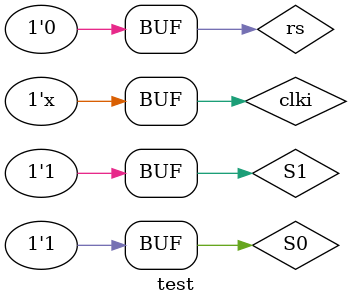
<source format=v>
`timescale 1ns / 1ps


module test;

	// Inputs
	reg clki;
	reg S0;
	reg S1;
	reg rs;

	// Outputs
	wire [7:0] led;

	// Instantiate the Unit Under Test (UUT)
	main uut (
		.clki(clki), 
		.S0(S0), 
		.S1(S1), 
		.rs(rs), 
		.led(led)
	);

	initial begin
		// Initialize Inputs
		clki = 0;
		S0 = 0;
		S1 = 0;
		rs = 0;

		// Wait 100 ns for global reset to finish
		#10;
		rs=1;
		#10;
		rs=0;   
      #10;
      S0=1;
      S1=1;		
		// Add stimulus her
	end
	always begin
		clki=~clki;
		#10;
		end
      
endmodule


</source>
